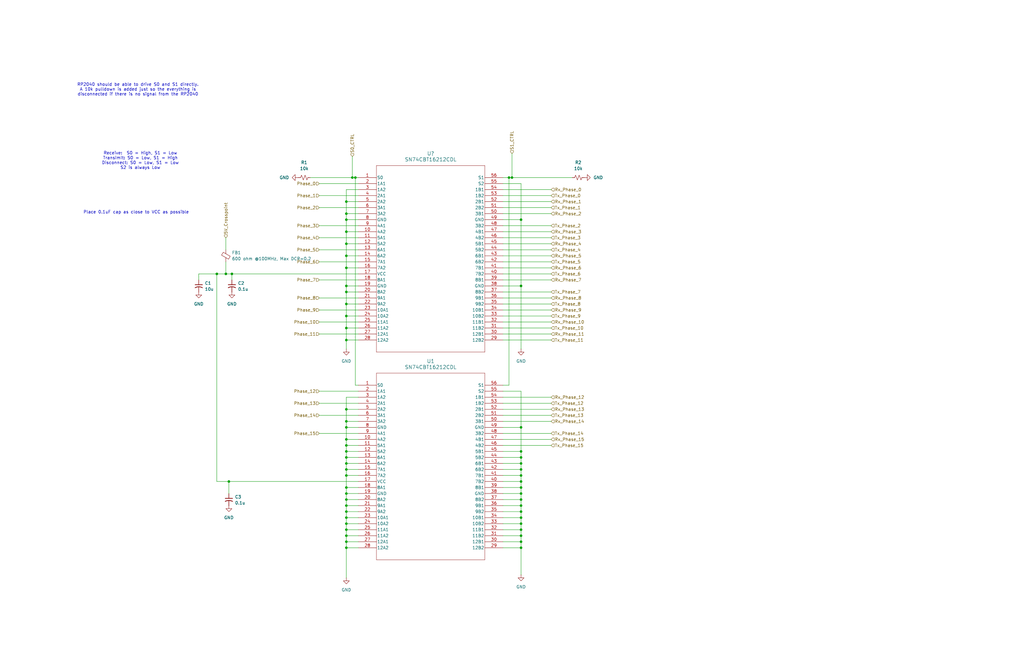
<source format=kicad_sch>
(kicad_sch (version 20250114) (generator "eeschema") (generator_version "9.0")
  (paper "B")
  (title_block (title "Rx and Tx Crosspoint Switch") (date "2026-01-03") (rev "0.0") (company "Andy McCann KA3KAF and Doug McCann KA3KAG"))
  (lib_symbols
    (symbol "Device:C_Small_US" (pin_numbers (hide yes)) (pin_names (offset 0.254) (hide yes))
      (property "Reference" "C" (at 0.254 1.778 0))
      (property "Value" "C_Small_US" (at 0.254 -2.032 0))
      (symbol "C_Small_US_0_1"
        (polyline (pts (xy -1.524 0.508) (xy 1.524 0.508)) (stroke (width 0.3048)))
        (arc (start -1.524 -0.762) (mid 0 -0.3734) (end 1.524 -0.762) (stroke (width 0.3048)))
      )
      (symbol "C_Small_US_1_1"
        (pin passive line (at 0 2.54 270) (length 2.032) (name "~") (number "1"))
        (pin passive line (at 0 -2.54 90) (length 2.032) (name "~") (number "2"))
      )
    )
    (symbol "Device:FerriteBead_Small" (pin_numbers (hide yes)) (pin_names (offset 0))
      (property "Reference" "FB" (at 1.905 1.27 0))
      (property "Value" "FerriteBead_Small" (at 1.905 -1.27 0))
      (symbol "FerriteBead_Small_0_1"
        (polyline (pts (xy -1.8288 0.2794) (xy -1.1176 1.4986) (xy 1.8288 -0.2032) (xy 1.1176 -1.4224) (xy -1.8288 0.2794)))
        (polyline (pts (xy 0 0.889) (xy 0 1.2954)))
        (polyline (pts (xy 0 -1.27) (xy 0 -0.7874)))
      )
      (symbol "FerriteBead_Small_1_1"
        (pin passive line (at 0 2.54 270) (length 1.27) (name "~") (number "1"))
        (pin passive line (at 0 -2.54 90) (length 1.27) (name "~") (number "2"))
      )
    )
    (symbol "Device:R_Small_US" (pin_numbers (hide yes)) (pin_names (offset 0.254) (hide yes))
      (property "Reference" "R" (at 0.762 0.508 0))
      (property "Value" "R_Small_US" (at 0.762 -1.016 0))
      (symbol "R_Small_US_1_1"
        (polyline (pts (xy 0 1.524) (xy 1.016 1.143) (xy 0 0.762) (xy -1.016 0.381) (xy 0 0)))
        (polyline (pts (xy 0 0) (xy 1.016 -0.381) (xy 0 -0.762) (xy -1.016 -1.143) (xy 0 -1.524)))
        (pin passive line (at 0 2.54 270) (length 1.016) (name "~") (number "1"))
        (pin passive line (at 0 -2.54 90) (length 1.016) (name "~") (number "2"))
      )
    )
    (symbol "SN74CBT16212C:SN74CBT16212CDL" (pin_names (offset 0.254))
      (property "Reference" "U" (at 30.48 10.16 0))
      (property "Value" "SN74CBT16212CDL" (at 30.48 7.62 0))
      (symbol "SN74CBT16212CDL_0_1"
        (polyline (pts (xy 7.62 5.08) (xy 7.62 -73.66)) (stroke (width 0.127)))
        (polyline (pts (xy 7.62 -73.66) (xy 53.34 -73.66)) (stroke (width 0.127)))
        (polyline (pts (xy 53.34 5.08) (xy 7.62 5.08)) (stroke (width 0.127)))
        (polyline (pts (xy 53.34 -73.66) (xy 53.34 5.08)) (stroke (width 0.127)))
        (pin input line (at 0 0 0) (length 7.62) (name "S0") (number "1"))
        (pin bidirectional line (at 0 -2.54 0) (length 7.62) (name "1A1") (number "2"))
        (pin bidirectional line (at 0 -5.08 0) (length 7.62) (name "1A2") (number "3"))
        (pin bidirectional line (at 0 -7.62 0) (length 7.62) (name "2A1") (number "4"))
        (pin bidirectional line (at 0 -10.16 0) (length 7.62) (name "2A2") (number "5"))
        (pin bidirectional line (at 0 -12.7 0) (length 7.62) (name "3A1") (number "6"))
        (pin bidirectional line (at 0 -15.24 0) (length 7.62) (name "3A2") (number "7"))
        (pin power_in line (at 0 -17.78 0) (length 7.62) (name "GND") (number "8"))
        (pin bidirectional line (at 0 -20.32 0) (length 7.62) (name "4A1") (number "9"))
        (pin bidirectional line (at 0 -22.86 0) (length 7.62) (name "4A2") (number "10"))
        (pin bidirectional line (at 0 -25.4 0) (length 7.62) (name "5A1") (number "11"))
        (pin bidirectional line (at 0 -27.94 0) (length 7.62) (name "5A2") (number "12"))
        (pin bidirectional line (at 0 -30.48 0) (length 7.62) (name "6A1") (number "13"))
        (pin bidirectional line (at 0 -33.02 0) (length 7.62) (name "6A2") (number "14"))
        (pin bidirectional line (at 0 -35.56 0) (length 7.62) (name "7A1") (number "15"))
        (pin bidirectional line (at 0 -38.1 0) (length 7.62) (name "7A2") (number "16"))
        (pin power_in line (at 0 -40.64 0) (length 7.62) (name "VCC") (number "17"))
        (pin bidirectional line (at 0 -43.18 0) (length 7.62) (name "8A1") (number "18"))
        (pin power_in line (at 0 -45.72 0) (length 7.62) (name "GND") (number "19"))
        (pin bidirectional line (at 0 -48.26 0) (length 7.62) (name "8A2") (number "20"))
        (pin bidirectional line (at 0 -50.8 0) (length 7.62) (name "9A1") (number "21"))
        (pin bidirectional line (at 0 -53.34 0) (length 7.62) (name "9A2") (number "22"))
        (pin bidirectional line (at 0 -55.88 0) (length 7.62) (name "10A1") (number "23"))
        (pin bidirectional line (at 0 -58.42 0) (length 7.62) (name "10A2") (number "24"))
        (pin bidirectional line (at 0 -60.96 0) (length 7.62) (name "11A1") (number "25"))
        (pin bidirectional line (at 0 -63.5 0) (length 7.62) (name "11A2") (number "26"))
        (pin bidirectional line (at 0 -66.04 0) (length 7.62) (name "12A1") (number "27"))
        (pin bidirectional line (at 0 -68.58 0) (length 7.62) (name "12A2") (number "28"))
        (pin input line (at 60.96 0 180) (length 7.62) (name "S1") (number "56"))
        (pin input line (at 60.96 -2.54 180) (length 7.62) (name "S2") (number "55"))
        (pin bidirectional line (at 60.96 -5.08 180) (length 7.62) (name "1B1") (number "54"))
        (pin bidirectional line (at 60.96 -7.62 180) (length 7.62) (name "1B2") (number "53"))
        (pin bidirectional line (at 60.96 -10.16 180) (length 7.62) (name "2B1") (number "52"))
        (pin bidirectional line (at 60.96 -12.7 180) (length 7.62) (name "2B2") (number "51"))
        (pin bidirectional line (at 60.96 -15.24 180) (length 7.62) (name "3B1") (number "50"))
        (pin power_in line (at 60.96 -17.78 180) (length 7.62) (name "GND") (number "49"))
        (pin bidirectional line (at 60.96 -20.32 180) (length 7.62) (name "3B2") (number "48"))
        (pin bidirectional line (at 60.96 -22.86 180) (length 7.62) (name "4B1") (number "47"))
        (pin bidirectional line (at 60.96 -25.4 180) (length 7.62) (name "4B2") (number "46"))
        (pin bidirectional line (at 60.96 -27.94 180) (length 7.62) (name "5B1") (number "45"))
        (pin bidirectional line (at 60.96 -30.48 180) (length 7.62) (name "5B2") (number "44"))
        (pin bidirectional line (at 60.96 -33.02 180) (length 7.62) (name "6B1") (number "43"))
        (pin bidirectional line (at 60.96 -35.56 180) (length 7.62) (name "6B2") (number "42"))
        (pin bidirectional line (at 60.96 -38.1 180) (length 7.62) (name "7B1") (number "41"))
        (pin bidirectional line (at 60.96 -40.64 180) (length 7.62) (name "7B2") (number "40"))
        (pin bidirectional line (at 60.96 -43.18 180) (length 7.62) (name "8B1") (number "39"))
        (pin power_in line (at 60.96 -45.72 180) (length 7.62) (name "GND") (number "38"))
        (pin bidirectional line (at 60.96 -48.26 180) (length 7.62) (name "8B2") (number "37"))
        (pin bidirectional line (at 60.96 -50.8 180) (length 7.62) (name "9B1") (number "36"))
        (pin bidirectional line (at 60.96 -53.34 180) (length 7.62) (name "9B2") (number "35"))
        (pin bidirectional line (at 60.96 -55.88 180) (length 7.62) (name "10B1") (number "34"))
        (pin bidirectional line (at 60.96 -58.42 180) (length 7.62) (name "10B2") (number "33"))
        (pin bidirectional line (at 60.96 -60.96 180) (length 7.62) (name "11B1") (number "32"))
        (pin bidirectional line (at 60.96 -63.5 180) (length 7.62) (name "11B2") (number "31"))
        (pin bidirectional line (at 60.96 -66.04 180) (length 7.62) (name "12B1") (number "30"))
        (pin bidirectional line (at 60.96 -68.58 180) (length 7.62) (name "12B2") (number "29"))
      )
    )
    (symbol "power:GND" (power) (pin_numbers (hide yes)) (pin_names (offset 0) (hide yes))
      (property "Value" "GND" (at 0 -3.81 0))
      (symbol "GND_0_1"
        (polyline (pts (xy 0 0) (xy 0 -1.27) (xy 1.27 -1.27) (xy 0 -2.54) (xy -1.27 -1.27) (xy 0 -1.27)))
      )
      (symbol "GND_1_1"
        (pin power_in line (at 0 0 270) (length 0) (name "~") (number "1"))
      )
    )
  )
  (text "RP2040 should be able to drive S0 and S1 directly.\nA 10k pulldown is added just so the everything is\ndisconnected if there is no signal from the RP2040" (at 58.166 37.846 0) (effects (font (size 1.27 1.27))))
  (text "Place 0.1uF cap as close to VCC as possible\n" (at 57.404 89.662 0) (effects (font (size 1.27 1.27))))
  (text "Receive:  S0 = High, S1 = Low\nTransimit: S0 = Low, S1 = High\nDisconnect: S0 = Low, S1 = Low\nS2 is always Low" (at 59.182 67.818 0) (effects (font (size 1.27 1.27))))
  (junction (at 146.05 223.52))
  (junction (at 214.63 74.93))
  (junction (at 146.05 193.04))
  (junction (at 219.71 92.71))
  (junction (at 146.05 228.6))
  (junction (at 219.71 226.06))
  (junction (at 219.71 213.36))
  (junction (at 146.05 226.06))
  (junction (at 146.05 218.44))
  (junction (at 219.71 220.98))
  (junction (at 146.05 187.96))
  (junction (at 146.05 210.82))
  (junction (at 146.05 231.14))
  (junction (at 146.05 172.72))
  (junction (at 219.71 190.5))
  (junction (at 91.44 115.57))
  (junction (at 146.05 92.71))
  (junction (at 146.05 215.9))
  (junction (at 146.05 133.35))
  (junction (at 146.05 208.28))
  (junction (at 219.71 208.28))
  (junction (at 146.05 180.34))
  (junction (at 146.05 138.43))
  (junction (at 215.9 74.93))
  (junction (at 146.05 143.51))
  (junction (at 219.71 231.14))
  (junction (at 146.05 85.09))
  (junction (at 219.71 200.66))
  (junction (at 146.05 123.19))
  (junction (at 219.71 218.44))
  (junction (at 146.05 198.12))
  (junction (at 146.05 107.95))
  (junction (at 146.05 128.27))
  (junction (at 96.52 203.2))
  (junction (at 146.05 102.87))
  (junction (at 95.25 115.57))
  (junction (at 146.05 213.36))
  (junction (at 146.05 205.74))
  (junction (at 149.86 74.93))
  (junction (at 146.05 120.65))
  (junction (at 146.05 195.58))
  (junction (at 219.71 205.74))
  (junction (at 146.05 220.98))
  (junction (at 146.05 177.8))
  (junction (at 146.05 200.66))
  (junction (at 146.05 113.03))
  (junction (at 219.71 193.04))
  (junction (at 219.71 120.65))
  (junction (at 146.05 90.17))
  (junction (at 219.71 195.58))
  (junction (at 219.71 215.9))
  (junction (at 219.71 198.12))
  (junction (at 148.59 74.93))
  (junction (at 219.71 180.34))
  (junction (at 146.05 97.79))
  (junction (at 219.71 203.2))
  (junction (at 146.05 185.42))
  (junction (at 219.71 210.82))
  (junction (at 219.71 223.52))
  (junction (at 219.71 228.6))
  (junction (at 146.05 190.5))
  (junction (at 97.79 115.57))
  (wire (pts (xy 212.09 74.93) (xy 214.63 74.93)))
  (wire (pts (xy 134.62 118.11) (xy 151.13 118.11)))
  (wire (pts (xy 91.44 115.57) (xy 91.44 203.2)))
  (wire (pts (xy 151.13 198.12) (xy 146.05 198.12)))
  (wire (pts (xy 146.05 213.36) (xy 146.05 215.9)))
  (wire (pts (xy 219.71 77.47) (xy 219.71 92.71)))
  (wire (pts (xy 212.09 231.14) (xy 219.71 231.14)))
  (wire (pts (xy 212.09 140.97) (xy 232.41 140.97)))
  (wire (pts (xy 212.09 218.44) (xy 219.71 218.44)))
  (wire (pts (xy 212.09 105.41) (xy 232.41 105.41)))
  (wire (pts (xy 212.09 195.58) (xy 219.71 195.58)))
  (wire (pts (xy 219.71 180.34) (xy 219.71 190.5)))
  (wire (pts (xy 212.09 193.04) (xy 219.71 193.04)))
  (wire (pts (xy 134.62 105.41) (xy 151.13 105.41)))
  (wire (pts (xy 212.09 203.2) (xy 219.71 203.2)))
  (wire (pts (xy 146.05 97.79) (xy 151.13 97.79)))
  (wire (pts (xy 212.09 223.52) (xy 219.71 223.52)))
  (wire (pts (xy 212.09 107.95) (xy 232.41 107.95)))
  (wire (pts (xy 151.13 203.2) (xy 96.52 203.2)))
  (wire (pts (xy 146.05 195.58) (xy 146.05 198.12)))
  (wire (pts (xy 146.05 208.28) (xy 146.05 210.82)))
  (wire (pts (xy 146.05 187.96) (xy 151.13 187.96)))
  (wire (pts (xy 212.09 165.1) (xy 219.71 165.1)))
  (wire (pts (xy 146.05 123.19) (xy 146.05 128.27)))
  (wire (pts (xy 146.05 205.74) (xy 146.05 208.28)))
  (wire (pts (xy 96.52 203.2) (xy 91.44 203.2)))
  (wire (pts (xy 146.05 143.51) (xy 146.05 147.32)))
  (wire (pts (xy 212.09 118.11) (xy 232.41 118.11)))
  (wire (pts (xy 212.09 215.9) (xy 219.71 215.9)))
  (wire (pts (xy 214.63 74.93) (xy 215.9 74.93)))
  (wire (pts (xy 212.09 182.88) (xy 232.41 182.88)))
  (wire (pts (xy 134.62 95.25) (xy 151.13 95.25)))
  (wire (pts (xy 146.05 215.9) (xy 151.13 215.9)))
  (wire (pts (xy 212.09 208.28) (xy 219.71 208.28)))
  (wire (pts (xy 91.44 115.57) (xy 95.25 115.57)))
  (wire (pts (xy 146.05 177.8) (xy 151.13 177.8)))
  (wire (pts (xy 134.62 82.55) (xy 151.13 82.55)))
  (wire (pts (xy 146.05 133.35) (xy 146.05 138.43)))
  (wire (pts (xy 151.13 80.01) (xy 146.05 80.01)))
  (wire (pts (xy 95.25 115.57) (xy 97.79 115.57)))
  (wire (pts (xy 146.05 113.03) (xy 151.13 113.03)))
  (wire (pts (xy 219.71 200.66) (xy 219.71 203.2)))
  (wire (pts (xy 146.05 138.43) (xy 146.05 143.51)))
  (wire (pts (xy 212.09 120.65) (xy 219.71 120.65)))
  (wire (pts (xy 212.09 82.55) (xy 232.41 82.55)))
  (wire (pts (xy 146.05 128.27) (xy 146.05 133.35)))
  (wire (pts (xy 219.71 228.6) (xy 219.71 231.14)))
  (wire (pts (xy 212.09 90.17) (xy 232.41 90.17)))
  (wire (pts (xy 146.05 231.14) (xy 151.13 231.14)))
  (wire (pts (xy 146.05 231.14) (xy 146.05 243.84)))
  (wire (pts (xy 146.05 200.66) (xy 146.05 205.74)))
  (wire (pts (xy 146.05 102.87) (xy 151.13 102.87)))
  (wire (pts (xy 212.09 187.96) (xy 232.41 187.96)))
  (wire (pts (xy 146.05 133.35) (xy 151.13 133.35)))
  (wire (pts (xy 146.05 107.95) (xy 151.13 107.95)))
  (wire (pts (xy 134.62 140.97) (xy 151.13 140.97)))
  (wire (pts (xy 146.05 120.65) (xy 151.13 120.65)))
  (wire (pts (xy 215.9 64.77) (xy 215.9 74.93)))
  (wire (pts (xy 212.09 95.25) (xy 232.41 95.25)))
  (wire (pts (xy 151.13 115.57) (xy 97.79 115.57)))
  (wire (pts (xy 212.09 170.18) (xy 232.41 170.18)))
  (wire (pts (xy 146.05 218.44) (xy 146.05 220.98)))
  (wire (pts (xy 219.71 198.12) (xy 219.71 200.66)))
  (wire (pts (xy 215.9 74.93) (xy 241.3 74.93)))
  (wire (pts (xy 212.09 123.19) (xy 232.41 123.19)))
  (wire (pts (xy 146.05 187.96) (xy 146.05 190.5)))
  (wire (pts (xy 146.05 138.43) (xy 151.13 138.43)))
  (wire (pts (xy 146.05 85.09) (xy 151.13 85.09)))
  (wire (pts (xy 146.05 92.71) (xy 146.05 97.79)))
  (wire (pts (xy 83.82 115.57) (xy 83.82 118.11)))
  (wire (pts (xy 134.62 125.73) (xy 151.13 125.73)))
  (wire (pts (xy 134.62 130.81) (xy 151.13 130.81)))
  (wire (pts (xy 212.09 110.49) (xy 232.41 110.49)))
  (wire (pts (xy 146.05 180.34) (xy 146.05 185.42)))
  (wire (pts (xy 134.62 87.63) (xy 151.13 87.63)))
  (wire (pts (xy 149.86 162.56) (xy 149.86 74.93)))
  (wire (pts (xy 146.05 228.6) (xy 151.13 228.6)))
  (wire (pts (xy 146.05 228.6) (xy 146.05 231.14)))
  (wire (pts (xy 146.05 85.09) (xy 146.05 90.17)))
  (wire (pts (xy 212.09 228.6) (xy 219.71 228.6)))
  (wire (pts (xy 146.05 200.66) (xy 151.13 200.66)))
  (wire (pts (xy 219.71 165.1) (xy 219.71 180.34)))
  (wire (pts (xy 146.05 190.5) (xy 146.05 193.04)))
  (wire (pts (xy 146.05 220.98) (xy 151.13 220.98)))
  (wire (pts (xy 146.05 90.17) (xy 151.13 90.17)))
  (wire (pts (xy 146.05 198.12) (xy 146.05 200.66)))
  (wire (pts (xy 146.05 128.27) (xy 151.13 128.27)))
  (wire (pts (xy 212.09 125.73) (xy 232.41 125.73)))
  (wire (pts (xy 219.71 205.74) (xy 219.71 208.28)))
  (wire (pts (xy 212.09 200.66) (xy 219.71 200.66)))
  (wire (pts (xy 134.62 165.1) (xy 151.13 165.1)))
  (wire (pts (xy 219.71 218.44) (xy 219.71 220.98)))
  (wire (pts (xy 219.71 231.14) (xy 219.71 242.57)))
  (wire (pts (xy 95.25 100.33) (xy 95.25 105.41)))
  (wire (pts (xy 212.09 198.12) (xy 219.71 198.12)))
  (wire (pts (xy 146.05 177.8) (xy 146.05 180.34)))
  (wire (pts (xy 146.05 193.04) (xy 151.13 193.04)))
  (wire (pts (xy 212.09 135.89) (xy 232.41 135.89)))
  (wire (pts (xy 97.79 115.57) (xy 97.79 118.11)))
  (wire (pts (xy 146.05 205.74) (xy 151.13 205.74)))
  (wire (pts (xy 219.71 213.36) (xy 219.71 215.9)))
  (wire (pts (xy 219.71 92.71) (xy 219.71 120.65)))
  (wire (pts (xy 146.05 226.06) (xy 146.05 228.6)))
  (wire (pts (xy 151.13 162.56) (xy 149.86 162.56)))
  (wire (pts (xy 146.05 215.9) (xy 146.05 218.44)))
  (wire (pts (xy 146.05 223.52) (xy 151.13 223.52)))
  (wire (pts (xy 212.09 115.57) (xy 232.41 115.57)))
  (wire (pts (xy 212.09 128.27) (xy 232.41 128.27)))
  (wire (pts (xy 146.05 190.5) (xy 151.13 190.5)))
  (wire (pts (xy 146.05 210.82) (xy 146.05 213.36)))
  (wire (pts (xy 134.62 135.89) (xy 151.13 135.89)))
  (wire (pts (xy 146.05 226.06) (xy 151.13 226.06)))
  (wire (pts (xy 146.05 113.03) (xy 146.05 120.65)))
  (wire (pts (xy 212.09 213.36) (xy 219.71 213.36)))
  (wire (pts (xy 148.59 74.93) (xy 149.86 74.93)))
  (wire (pts (xy 146.05 80.01) (xy 146.05 85.09)))
  (wire (pts (xy 146.05 172.72) (xy 146.05 177.8)))
  (wire (pts (xy 212.09 130.81) (xy 232.41 130.81)))
  (wire (pts (xy 212.09 113.03) (xy 232.41 113.03)))
  (wire (pts (xy 146.05 195.58) (xy 151.13 195.58)))
  (wire (pts (xy 212.09 185.42) (xy 232.41 185.42)))
  (wire (pts (xy 212.09 205.74) (xy 219.71 205.74)))
  (wire (pts (xy 219.71 210.82) (xy 219.71 213.36)))
  (wire (pts (xy 212.09 87.63) (xy 232.41 87.63)))
  (wire (pts (xy 212.09 100.33) (xy 232.41 100.33)))
  (wire (pts (xy 219.71 220.98) (xy 219.71 223.52)))
  (wire (pts (xy 212.09 138.43) (xy 232.41 138.43)))
  (wire (pts (xy 212.09 226.06) (xy 219.71 226.06)))
  (wire (pts (xy 130.81 74.93) (xy 148.59 74.93)))
  (wire (pts (xy 146.05 185.42) (xy 146.05 187.96)))
  (wire (pts (xy 96.52 203.2) (xy 96.52 208.28)))
  (wire (pts (xy 214.63 162.56) (xy 214.63 74.93)))
  (wire (pts (xy 95.25 110.49) (xy 95.25 115.57)))
  (wire (pts (xy 149.86 74.93) (xy 151.13 74.93)))
  (wire (pts (xy 83.82 115.57) (xy 91.44 115.57)))
  (wire (pts (xy 219.71 223.52) (xy 219.71 226.06)))
  (wire (pts (xy 146.05 123.19) (xy 151.13 123.19)))
  (wire (pts (xy 146.05 208.28) (xy 151.13 208.28)))
  (wire (pts (xy 134.62 77.47) (xy 151.13 77.47)))
  (wire (pts (xy 134.62 100.33) (xy 151.13 100.33)))
  (wire (pts (xy 212.09 175.26) (xy 232.41 175.26)))
  (wire (pts (xy 212.09 92.71) (xy 219.71 92.71)))
  (wire (pts (xy 212.09 172.72) (xy 232.41 172.72)))
  (wire (pts (xy 146.05 193.04) (xy 146.05 195.58)))
  (wire (pts (xy 212.09 102.87) (xy 232.41 102.87)))
  (wire (pts (xy 146.05 120.65) (xy 146.05 123.19)))
  (wire (pts (xy 148.59 66.04) (xy 148.59 74.93)))
  (wire (pts (xy 219.71 120.65) (xy 219.71 147.32)))
  (wire (pts (xy 212.09 77.47) (xy 219.71 77.47)))
  (wire (pts (xy 212.09 180.34) (xy 219.71 180.34)))
  (wire (pts (xy 134.62 175.26) (xy 151.13 175.26)))
  (wire (pts (xy 146.05 90.17) (xy 146.05 92.71)))
  (wire (pts (xy 151.13 172.72) (xy 146.05 172.72)))
  (wire (pts (xy 146.05 213.36) (xy 151.13 213.36)))
  (wire (pts (xy 212.09 190.5) (xy 219.71 190.5)))
  (wire (pts (xy 212.09 220.98) (xy 219.71 220.98)))
  (wire (pts (xy 212.09 143.51) (xy 232.41 143.51)))
  (wire (pts (xy 212.09 133.35) (xy 232.41 133.35)))
  (wire (pts (xy 212.09 97.79) (xy 232.41 97.79)))
  (wire (pts (xy 212.09 162.56) (xy 214.63 162.56)))
  (wire (pts (xy 146.05 143.51) (xy 151.13 143.51)))
  (wire (pts (xy 146.05 220.98) (xy 146.05 223.52)))
  (wire (pts (xy 146.05 102.87) (xy 146.05 107.95)))
  (wire (pts (xy 212.09 80.01) (xy 232.41 80.01)))
  (wire (pts (xy 134.62 182.88) (xy 151.13 182.88)))
  (wire (pts (xy 146.05 107.95) (xy 146.05 113.03)))
  (wire (pts (xy 212.09 177.8) (xy 232.41 177.8)))
  (wire (pts (xy 219.71 208.28) (xy 219.71 210.82)))
  (wire (pts (xy 134.62 110.49) (xy 151.13 110.49)))
  (wire (pts (xy 219.71 226.06) (xy 219.71 228.6)))
  (wire (pts (xy 219.71 190.5) (xy 219.71 193.04)))
  (wire (pts (xy 212.09 167.64) (xy 232.41 167.64)))
  (wire (pts (xy 146.05 185.42) (xy 151.13 185.42)))
  (wire (pts (xy 146.05 167.64) (xy 146.05 172.72)))
  (wire (pts (xy 146.05 218.44) (xy 151.13 218.44)))
  (wire (pts (xy 134.62 170.18) (xy 151.13 170.18)))
  (wire (pts (xy 146.05 210.82) (xy 151.13 210.82)))
  (wire (pts (xy 151.13 167.64) (xy 146.05 167.64)))
  (wire (pts (xy 151.13 180.34) (xy 146.05 180.34)))
  (wire (pts (xy 146.05 223.52) (xy 146.05 226.06)))
  (wire (pts (xy 146.05 92.71) (xy 151.13 92.71)))
  (wire (pts (xy 219.71 195.58) (xy 219.71 198.12)))
  (wire (pts (xy 146.05 97.79) (xy 146.05 102.87)))
  (wire (pts (xy 212.09 210.82) (xy 219.71 210.82)))
  (wire (pts (xy 219.71 203.2) (xy 219.71 205.74)))
  (wire (pts (xy 212.09 85.09) (xy 232.41 85.09)))
  (wire (pts (xy 219.71 193.04) (xy 219.71 195.58)))
  (wire (pts (xy 219.71 215.9) (xy 219.71 218.44)))
  (hierarchical_label "S1_CTRL" (shape input) (at 215.9 64.77 90))
  (hierarchical_label "Rx_Phase_11" (shape input) (at 232.41 140.97 0))
  (hierarchical_label "Rx_Phase_14" (shape input) (at 232.41 177.8 0))
  (hierarchical_label "Rx_Phase_4" (shape input) (at 232.41 102.87 0))
  (hierarchical_label "Tx_Phase_2" (shape input) (at 232.41 95.25 0))
  (hierarchical_label "Phase_2" (shape input) (at 134.62 87.63 180))
  (hierarchical_label "Tx_Phase_7" (shape input) (at 232.41 123.19 0))
  (hierarchical_label "Phase_8" (shape input) (at 134.62 125.73 180))
  (hierarchical_label "Rx_Phase_9" (shape input) (at 232.41 130.81 0))
  (hierarchical_label "Rx_Phase_3" (shape input) (at 232.41 97.79 0))
  (hierarchical_label "Rx_Phase_13" (shape input) (at 232.41 172.72 0))
  (hierarchical_label "Rx_Phase_0" (shape input) (at 232.41 80.01 0))
  (hierarchical_label "Rx_Phase_15" (shape input) (at 232.41 185.42 0))
  (hierarchical_label "Phase_10" (shape input) (at 134.62 135.89 180))
  (hierarchical_label "Rx_Phase_12" (shape input) (at 232.41 167.64 0))
  (hierarchical_label "Tx_Phase_10" (shape input) (at 232.41 138.43 0))
  (hierarchical_label "5V_Crosspoint" (shape input) (at 95.25 100.33 90))
  (hierarchical_label "Rx_Phase_7" (shape input) (at 232.41 118.11 0))
  (hierarchical_label "Phase_6" (shape input) (at 134.62 110.49 180))
  (hierarchical_label "Tx_Phase_9" (shape input) (at 232.41 133.35 0))
  (hierarchical_label "Rx_Phase_2" (shape input) (at 232.41 90.17 0))
  (hierarchical_label "Rx_Phase_10" (shape input) (at 232.41 135.89 0))
  (hierarchical_label "Tx_Phase_1" (shape input) (at 232.41 87.63 0))
  (hierarchical_label "Phase_4" (shape input) (at 134.62 100.33 180))
  (hierarchical_label "Rx_Phase_8" (shape input) (at 232.41 125.73 0))
  (hierarchical_label "Tx_Phase_3" (shape input) (at 232.41 100.33 0))
  (hierarchical_label "Tx_Phase_8" (shape input) (at 232.41 128.27 0))
  (hierarchical_label "Tx_Phase_6" (shape input) (at 232.41 115.57 0))
  (hierarchical_label "Phase_13" (shape input) (at 134.62 170.18 180))
  (hierarchical_label "Phase_7" (shape input) (at 134.62 118.11 180))
  (hierarchical_label "Rx_Phase_1" (shape input) (at 232.41 85.09 0))
  (hierarchical_label "Tx_Phase_12" (shape input) (at 232.41 170.18 0))
  (hierarchical_label "Phase_14" (shape input) (at 134.62 175.26 180))
  (hierarchical_label "Phase_15" (shape input) (at 134.62 182.88 180))
  (hierarchical_label "Tx_Phase_14" (shape input) (at 232.41 182.88 0))
  (hierarchical_label "Rx_Phase_5" (shape input) (at 232.41 107.95 0))
  (hierarchical_label "Phase_0" (shape input) (at 134.62 77.47 180))
  (hierarchical_label "Tx_Phase_5" (shape input) (at 232.41 110.49 0))
  (hierarchical_label "Phase_5" (shape input) (at 134.62 105.41 180))
  (hierarchical_label "Phase_1" (shape input) (at 134.62 82.55 180))
  (hierarchical_label "Phase_3" (shape input) (at 134.62 95.25 180))
  (hierarchical_label "Tx_Phase_11" (shape input) (at 232.41 143.51 0))
  (hierarchical_label "Phase_11" (shape input) (at 134.62 140.97 180))
  (hierarchical_label "Tx_Phase_4" (shape input) (at 232.41 105.41 0))
  (hierarchical_label "S0_CTRL" (shape input) (at 148.59 66.04 90))
  (hierarchical_label "Phase_9" (shape input) (at 134.62 130.81 180))
  (hierarchical_label "Tx_Phase_0" (shape input) (at 232.41 82.55 0))
  (hierarchical_label "Phase_12" (shape input) (at 134.62 165.1 180))
  (hierarchical_label "Tx_Phase_15" (shape input) (at 232.41 187.96 0))
  (hierarchical_label "Tx_Phase_13" (shape input) (at 232.41 175.26 0))
  (hierarchical_label "Rx_Phase_6" (shape input) (at 232.41 113.03 0))
  (symbol (lib_id "power:GND") (at 96.52 213.36 0) (unit 1)
    (property "Reference" "#PWR09" (effects (hide yes)))
    (property "Value" "GND" (at 96.52 218.44 0))
    (property "Description" "Power symbol creates a global label with name \"GND\" , ground" (effects (hide yes)))
  )
  (symbol (lib_id "Device:R_Small_US") (at 128.27 74.93 90) (unit 1)
    (property "Reference" "R1" (at 128.27 68.58 90))
    (property "Value" "10k" (at 128.27 71.12 90))
    (property "Footprint" "Resistor_SMD:R_0603_1608Metric_Pad0.98x0.95mm_HandSolder" (effects (hide yes)))
    (property "Description" "Resistor, small US symbol" (effects (hide yes)))
  )
  (symbol (lib_id "SN74CBT16212C:SN74CBT16212CDL") (at 151.13 162.56 0) (unit 1)
    (property "Reference" "U1" (at 181.61 152.4 0) (effects (font (size 1.524 1.524))))
    (property "Value" "SN74CBT16212CDL" (at 181.61 154.94 0) (effects (font (size 1.524 1.524))))
    (property "Footprint" "DL56" (effects (hide yes)))
    (property "Datasheet" "https://www.ti.com/lit/gpn/sn74cbt16212c" (effects (hide yes)))
  )
  (symbol (lib_id "SN74CBT16212C:SN74CBT16212CDL") (at 151.13 74.93 0) (unit 1)
    (property "Reference" "U?" (at 181.61 64.77 0) (effects (font (size 1.524 1.524))))
    (property "Value" "SN74CBT16212CDL" (at 181.61 67.31 0) (effects (font (size 1.524 1.524))))
    (property "Footprint" "DL56" (effects (hide yes)))
    (property "Datasheet" "https://www.ti.com/lit/gpn/sn74cbt16212c" (effects (hide yes)))
  )
  (symbol (lib_id "Device:FerriteBead_Small") (at 95.25 107.95 0) (unit 1)
    (property "Reference" "FB1" (at 97.79 106.6418 0) (effects (justify left)))
    (property "Value" "600 ohm @100MHz, Max DCR=0.2" (at 97.79 109.1818 0) (effects (justify left)))
    (property "Description" "Ferrite bead, small symbol" (effects (hide yes)))
  )
  (symbol (lib_id "power:GND") (at 125.73 74.93 270) (unit 1)
    (property "Reference" "#PWR05" (effects (hide yes)))
    (property "Value" "GND" (at 121.92 74.9299 90) (effects (justify right)))
    (property "Description" "Power symbol creates a global label with name \"GND\" , ground" (effects (hide yes)))
  )
  (symbol (lib_id "power:GND") (at 83.82 123.19 0) (unit 1)
    (property "Reference" "#PWR07" (effects (hide yes)))
    (property "Value" "GND" (at 83.82 128.27 0))
    (property "Description" "Power symbol creates a global label with name \"GND\" , ground" (effects (hide yes)))
  )
  (symbol (lib_id "power:GND") (at 97.79 123.19 0) (unit 1)
    (property "Reference" "#PWR08" (effects (hide yes)))
    (property "Value" "GND" (at 97.79 128.27 0))
    (property "Description" "Power symbol creates a global label with name \"GND\" , ground" (effects (hide yes)))
  )
  (symbol (lib_id "Device:C_Small_US") (at 97.79 120.65 0) (unit 1)
    (property "Reference" "C2" (at 100.33 119.5069 0) (effects (justify left)))
    (property "Value" "0.1u" (at 100.33 122.0469 0) (effects (justify left)))
    (property "Footprint" "Capacitor_SMD:C_0603_1608Metric_Pad1.08x0.95mm_HandSolder" (effects (hide yes)))
    (property "Description" "capacitor, small US symbol" (effects (hide yes)))
  )
  (symbol (lib_id "Device:C_Small_US") (at 96.52 210.82 0) (unit 1)
    (property "Reference" "C3" (at 99.06 209.6769 0) (effects (justify left)))
    (property "Value" "0.1u" (at 99.06 212.2169 0) (effects (justify left)))
    (property "Footprint" "Capacitor_SMD:C_0603_1608Metric_Pad1.08x0.95mm_HandSolder" (effects (hide yes)))
    (property "Description" "capacitor, small US symbol" (effects (hide yes)))
  )
  (symbol (lib_id "Device:C_Small_US") (at 83.82 120.65 0) (unit 1)
    (property "Reference" "C1" (at 86.36 119.5069 0) (effects (justify left)))
    (property "Value" "10u" (at 86.36 122.0469 0) (effects (justify left)))
    (property "Footprint" "Capacitor_SMD:C_0603_1608Metric_Pad1.08x0.95mm_HandSolder" (effects (hide yes)))
    (property "Description" "capacitor, small US symbol" (effects (hide yes)))
  )
  (symbol (lib_id "power:GND") (at 246.38 74.93 90) (unit 1)
    (property "Reference" "#PWR06" (effects (hide yes)))
    (property "Value" "GND" (at 250.19 74.9299 90) (effects (justify right)))
    (property "Description" "Power symbol creates a global label with name \"GND\" , ground" (effects (hide yes)))
  )
  (symbol (lib_id "power:GND") (at 146.05 147.32 0) (unit 1)
    (property "Reference" "#PWR01" (effects (hide yes)))
    (property "Value" "GND" (at 146.05 152.4 0))
    (property "Description" "Power symbol creates a global label with name \"GND\" , ground" (effects (hide yes)))
  )
  (symbol (lib_id "power:GND") (at 219.71 242.57 0) (unit 1)
    (property "Reference" "#PWR04" (effects (hide yes)))
    (property "Value" "GND" (at 219.71 247.65 0))
    (property "Description" "Power symbol creates a global label with name \"GND\" , ground" (effects (hide yes)))
  )
  (symbol (lib_id "power:GND") (at 146.05 243.84 0) (unit 1)
    (property "Reference" "#PWR03" (effects (hide yes)))
    (property "Value" "GND" (at 146.05 248.92 0))
    (property "Description" "Power symbol creates a global label with name \"GND\" , ground" (effects (hide yes)))
  )
  (symbol (lib_id "Device:R_Small_US") (at 243.84 74.93 90) (unit 1)
    (property "Reference" "R2" (at 243.84 68.58 90))
    (property "Value" "10k" (at 243.84 71.12 90))
    (property "Footprint" "Resistor_SMD:R_0603_1608Metric_Pad0.98x0.95mm_HandSolder" (effects (hide yes)))
    (property "Description" "Resistor, small US symbol" (effects (hide yes)))
  )
  (symbol (lib_id "power:GND") (at 219.71 147.32 0) (unit 1)
    (property "Reference" "#PWR02" (effects (hide yes)))
    (property "Value" "GND" (at 219.71 152.4 0))
    (property "Description" "Power symbol creates a global label with name \"GND\" , ground" (effects (hide yes)))
  )
)
</source>
